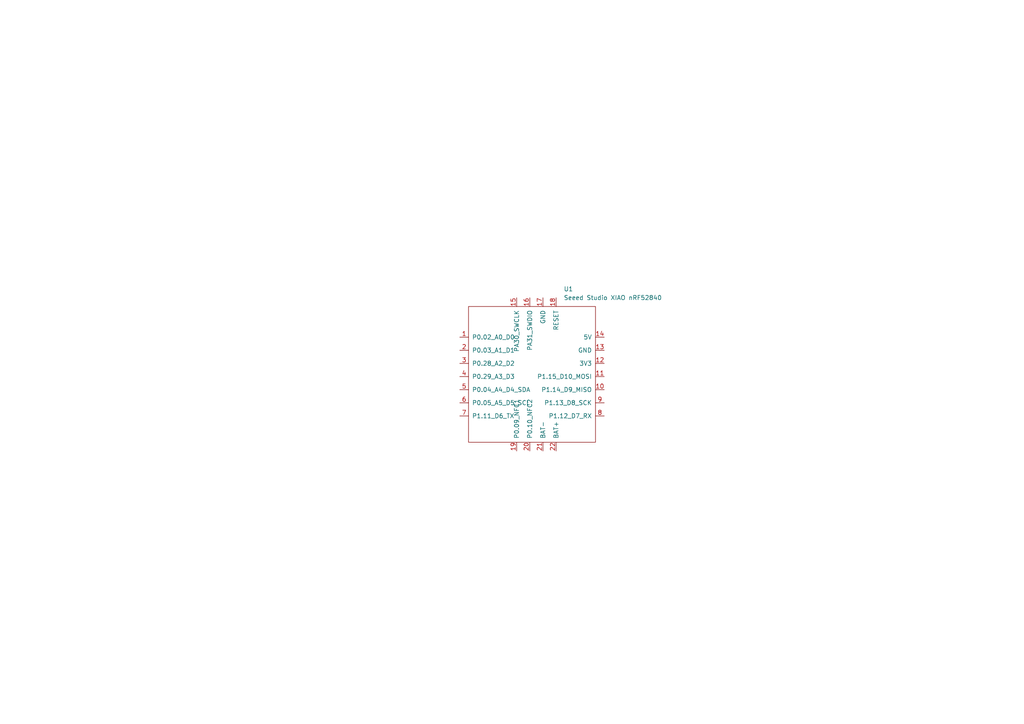
<source format=kicad_sch>
(kicad_sch (version 20231120) (generator "eeschema") (generator_version "8.0")
  (paper "A4")
  (lib_symbols
    (symbol "Seeed-XIAO:Seeed Studio XIAO nRF52840" (pin_names (offset 1.016))
      (property "Reference" "U" (at -19.05 24.13 0))
      (property "Value" "Seeed Studio XIAO nRF52840" (at -5.08 21.59 0))
      (symbol "Seeed Studio XIAO nRF52840_0_1"
        (rectangle (start -19.05 20.32) (end 17.78 -19.05))
      )
      (symbol "Seeed Studio XIAO nRF52840_1_1"
        (pin bidirectional line (at -21.59 11.43 0) (length 2.54) (name "P0.02_A0_D0") (number "1"))
        (pin bidirectional line (at 20.32 -3.81 180) (length 2.54) (name "P1.14_D9_MISO") (number "10"))
        (pin bidirectional line (at 20.32 0 180) (length 2.54) (name "P1.15_D10_MOSI") (number "11"))
        (pin power_in line (at 20.32 3.81 180) (length 2.54) (name "3V3") (number "12"))
        (pin power_in line (at 20.32 7.62 180) (length 2.54) (name "GND") (number "13"))
        (pin power_in line (at 20.32 11.43 180) (length 2.54) (name "5V") (number "14"))
        (pin input line (at -5.08 22.86 270) (length 2.54) (name "PA30_SWCLK") (number "15"))
        (pin bidirectional line (at -1.27 22.86 270) (length 2.54) (name "PA31_SWDIO") (number "16"))
        (pin power_in line (at 2.54 22.86 270) (length 2.54) (name "GND") (number "17"))
        (pin input line (at 6.35 22.86 270) (length 2.54) (name "RESET") (number "18"))
        (pin bidirectional line (at -5.08 -21.59 90) (length 2.54) (name "P0.09_NFC1") (number "19"))
        (pin bidirectional line (at -21.59 7.62 0) (length 2.54) (name "P0.03_A1_D1") (number "2"))
        (pin bidirectional line (at -1.27 -21.59 90) (length 2.54) (name "P0.10_NFC2") (number "20"))
        (pin power_in line (at 2.54 -21.59 90) (length 2.54) (name "BAT-") (number "21"))
        (pin power_in line (at 6.35 -21.59 90) (length 2.54) (name "BAT+") (number "22"))
        (pin bidirectional line (at -21.59 3.81 0) (length 2.54) (name "P0.28_A2_D2") (number "3"))
        (pin bidirectional line (at -21.59 0 0) (length 2.54) (name "P0.29_A3_D3") (number "4"))
        (pin bidirectional line (at -21.59 -3.81 0) (length 2.54) (name "P0.04_A4_D4_SDA") (number "5"))
        (pin bidirectional line (at -21.59 -7.62 0) (length 2.54) (name "P0.05_A5_D5_SCL") (number "6"))
        (pin bidirectional line (at -21.59 -11.43 0) (length 2.54) (name "P1.11_D6_TX") (number "7"))
        (pin bidirectional line (at 20.32 -11.43 180) (length 2.54) (name "P1.12_D7_RX") (number "8"))
        (pin bidirectional line (at 20.32 -7.62 180) (length 2.54) (name "P1.13_D8_SCK") (number "9"))
      )
    )
  )
  (symbol (lib_id "Seeed-XIAO:Seeed Studio XIAO nRF52840") (at 154.94 109.22 0) (unit 1)
    (property "Reference" "U1" (at 163.4841 83.82 0) (effects (justify left)))
    (property "Value" "Seeed Studio XIAO nRF52840" (at 163.4841 86.36 0) (effects (justify left)))
    (property "Footprint" "Seeed-XIAO:XIAO-nRF52840-Sense-14P-2.54-21X17.8MM" (effects (hide yes)))
  )
)
</source>
